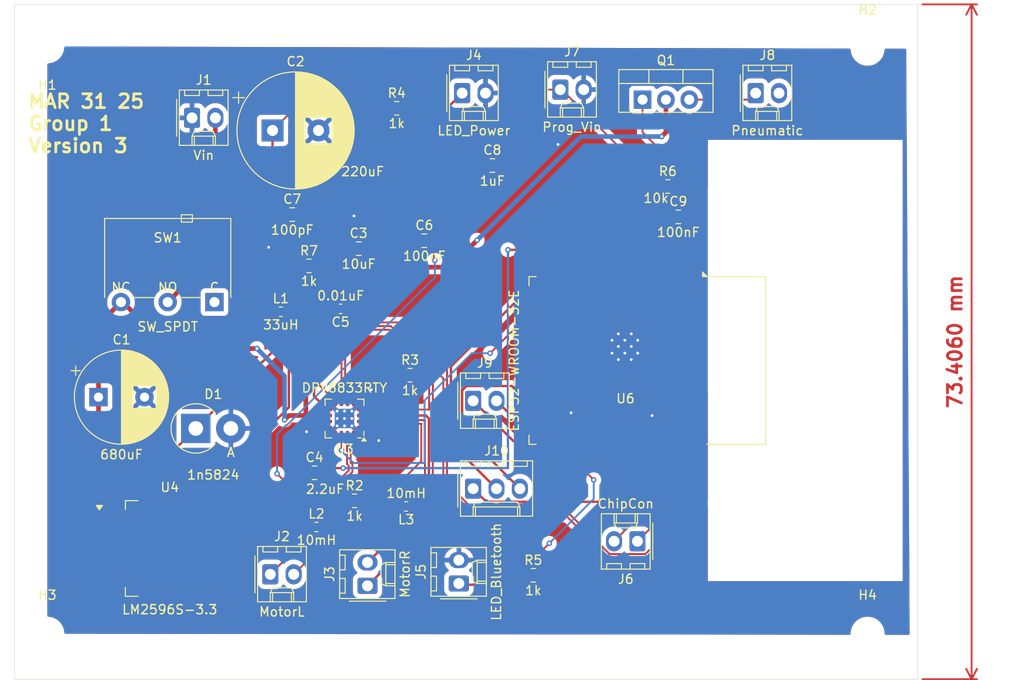
<source format=kicad_pcb>
(kicad_pcb (version 20240108) (generator "pcbnew") (generator_version "8.0")
  (layers (0 "F.Cu" signal) (31 "B.Cu" signal) (34 "B.Paste" user) (35 "F.Paste" user) (36 "B.SilkS" user "B.Silkscreen") (37 "F.SilkS" user "F.Silkscreen") (38 "B.Mask" user) (39 "F.Mask" user) (44 "Edge.Cuts" user))
  (net 0 "")
  (net 1 "/12v_out")
  (net 2 "GND")
  (net 3 "/3v3 output")
  (net 4 "Net-(U3-VINT)")
  (net 5 "Net-(U3-VCP)")
  (net 6 "/nSleep")
  (net 7 "Net-(U6-EN)")
  (net 8 "Net-(D1-K)")
  (net 9 "Net-(J1-Pin_2)")
  (net 10 "Net-(J2-Pin_1)")
  (net 11 "Net-(J2-Pin_2)")
  (net 12 "Net-(J3-Pin_1)")
  (net 13 "Net-(J3-Pin_2)")
  (net 14 "Net-(J4-Pin_1)")
  (net 15 "Net-(J5-Pin_1)")
  (net 16 "Net-(J6-Pin_2)")
  (net 17 "Net-(J6-Pin_1)")
  (net 18 "Net-(J8-Pin_1)")
  (net 19 "Net-(J10-Pin_2)")
  (net 20 "Net-(U3-AISEN)")
  (net 21 "Net-(U3-BISEN)")
  (net 22 "/Bluetooth")
  (net 24 "/HBridgeB1")
  (net 25 "/HBridgeB2")
  (net 26 "/HBridgeA1")
  (net 27 "/HBridgeA2")
  (net 28 "Net-(J10-Pin_1)")
  (net 30 "Net-(J9-Pin_2)")
  (net 32 "Net-(J10-Pin_3)")
  (net 34 "Net-(Q1-G)")
  (net 48 "Net-(J9-Pin_1)")
  (footprint "Connector_Molex:Molex_KK-254_AE-6410-02A_1x02_P2.54mm_Vertical" (layer "F.Cu") (at 90.424 49.8094)
    (property "Reference" "J7")
    (property "Value" "Prog_Vin")
  )
  (footprint "Capacitor_THT:CP_Radial_D10.0mm_P5.00mm" (layer "F.Cu") (at 40.228123 83.2612)
    (property "Reference" "C1")
    (property "Value" "680uF")
  )
  (footprint "Capacitor_THT:CP_Radial_D12.5mm_P5.00mm" (layer "F.Cu") (at 59.144041 54.2544)
    (property "Reference" "C2")
    (property "Value" "220uF")
  )
  (footprint "Resistor_SMD:R_0805_2012Metric_Pad1.20x1.40mm_HandSolder" (layer "F.Cu") (at 74.0918 80.8736)
    (property "Reference" "R3")
    (property "Value" "1k")
  )
  (footprint "Inductor_SMD:L_0603_1608Metric_Pad1.05x0.95mm_HandSolder" (layer "F.Cu") (at 73.674 95.1484 180)
    (property "Reference" "L3")
    (property "Value" "10mH")
  )
  (footprint "Connector_Molex:Molex_KK-254_AE-6410-02A_1x02_P2.54mm_Vertical" (layer "F.Cu") (at 80.9498 83.6622)
    (property "Reference" "J9")
    (property "Value" "Boot")
  )
  (footprint "Capacitor_SMD:C_0805_2012Metric_Pad1.18x1.45mm_HandSolder" (layer "F.Cu") (at 68.5038 67.1068)
    (property "Reference" "C3")
    (property "Value" "10uF")
  )
  (footprint "Capacitor_SMD:C_0805_2012Metric_Pad1.18x1.45mm_HandSolder" (layer "F.Cu") (at 83.0365 58.0644)
    (property "Reference" "C8")
    (property "Value" "1uF")
  )
  (footprint "Resistor_SMD:R_0805_2012Metric_Pad1.20x1.40mm_HandSolder" (layer "F.Cu") (at 63.1096 68.9864)
    (property "Reference" "R7")
    (property "Value" "1k")
  )
  (footprint "Package_TO_SOT_SMD:TO-263-5_TabPin3" (layer "F.Cu") (at 47.976 99.7204)
    (property "Reference" "U4")
    (property "Value" "LM2596S-3.3")
  )
  (footprint "Capacitor_SMD:C_0805_2012Metric_Pad1.18x1.45mm_HandSolder" (layer "F.Cu") (at 63.7071 91.4908)
    (property "Reference" "C4")
    (property "Value" "2.2uF")
  )
  (footprint "Connector_Molex:Molex_KK-254_AE-6410-02A_1x02_P2.54mm_Vertical" (layer "F.Cu") (at 79.395 103.5304 90)
    (property "Reference" "J5")
    (property "Value" "LED_Bluetooth")
  )
  (footprint "Capacitor_SMD:C_0805_2012Metric_Pad1.18x1.45mm_HandSolder" (layer "F.Cu") (at 75.6451 66.2432)
    (property "Reference" "C6")
    (property "Value" "100nF")
  )
  (footprint "Connector_Molex:Molex_KK-254_AE-6410-03A_1x03_P2.54mm_Vertical" (layer "F.Cu") (at 80.9498 93.218)
    (property "Reference" "J10")
    (property "Value" "GPIOProg")
  )
  (footprint "Connector_Molex:Molex_KK-254_AE-6410-02A_1x02_P2.54mm_Vertical" (layer "F.Cu") (at 111.6584 50.1904)
    (property "Reference" "J8")
    (property "Value" "Pneumatic")
  )
  (footprint "Button_Switch_THT:SW_XKB_DM1-16UD-1" (layer "F.Cu") (at 52.832 72.9234)
    (property "Reference" "SW1")
    (property "Value" "SW_SPDT")
  )
  (footprint "Connector_Molex:Molex_KK-254_AE-6410-02A_1x02_P2.54mm_Vertical" (layer "F.Cu") (at 50.3936 52.8828)
    (property "Reference" "J1")
    (property "Value" "Vin")
  )
  (footprint "RF_Module:ESP32-WROOM-32D" (layer "F.Cu") (at 96.906 79.2734 -90)
    (property "Reference" "U6")
    (property "Value" "ESP32-WROOM-32E")
  )
  (footprint "MountingHole:MountingHole_3.2mm_M3" (layer "F.Cu") (at 123.825 108.9914)
    (property "Reference" "H4")
    (property "Value" "MountingHole")
  )
  (footprint "Inductor_SMD:L_0603_1608Metric_Pad1.05x0.95mm_HandSolder" (layer "F.Cu") (at 63.9204 97.3836)
    (property "Reference" "L2")
    (property "Value" "10mH")
  )
  (footprint "Connector_Molex:Molex_KK-254_AE-6410-02A_1x02_P2.54mm_Vertical" (layer "F.Cu") (at 58.9026 102.5344)
    (property "Reference" "J2")
    (property "Value" "MotorL")
  )
  (footprint "Resistor_SMD:R_0805_2012Metric_Pad1.20x1.40mm_HandSolder" (layer "F.Cu") (at 102.108 60.3504)
    (property "Reference" "R6")
    (property "Value" "10k")
  )
  (footprint "Resistor_SMD:R_0805_2012Metric_Pad1.20x1.40mm_HandSolder" (layer "F.Cu") (at 87.487 102.6414)
    (property "Reference" "R5")
    (property "Value" "1k")
  )
  (footprint "MountingHole:MountingHole_3.2mm_M3" (layer "F.Cu") (at 34.671 45.1104 180)
    (property "Reference" "H1")
    (property "Value" "MountingHole")
  )
  (footprint "Capacitor_SMD:C_0603_1608Metric_Pad1.08x0.95mm_HandSolder" (layer "F.Cu") (at 66.548 73.66 180)
    (property "Reference" "C5")
    (property "Value" "0.01uF")
  )
  (footprint "MountingHole:MountingHole_3.2mm_M3" (layer "F.Cu") (at 34.671 108.9914)
    (property "Reference" "H3")
    (property "Value" "MountingHole")
  )
  (footprint "Package_TO_SOT_THT:TO-220-3_Vertical" (layer "F.Cu") (at 99.3648 50.9016)
    (property "Reference" "Q1")
    (property "Value" "IRLZ44N")
  )
  (footprint "MountingHole:MountingHole_3.2mm_M3" (layer "F.Cu") (at 123.825 45.3644)
    (property "Reference" "H2")
    (property "Value" "MountingHole")
  )
  (footprint "Inductor_SMD:L_0603_1608Metric_Pad1.05x0.95mm_HandSolder" (layer "F.Cu") (at 60.0456 73.9648)
    (property "Reference" "L1")
    (property "Value" "33uH")
  )
  (footprint "Connector_Molex:Molex_KK-254_AE-6410-02A_1x02_P2.54mm_Vertical" (layer "F.Cu") (at 98.806 98.9384 180)
    (property "Reference" "J6")
    (property "Value" "ChipCon")
  )
  (footprint "Capacitor_SMD:C_0805_2012Metric_Pad1.18x1.45mm_HandSolder" (layer "F.Cu") (at 103.251 63.6524)
    (property "Reference" "C9")
    (property "Value" "100nF")
  )
  (footprint "Connector_Molex:Molex_KK-254_AE-6410-02A_1x02_P2.54mm_Vertical" (layer "F.Cu") (at 69.469 103.7844 90)
    (property "Reference" "J3")
    (property "Value" "MotorR")
  )
  (footprint "Diode_THT:D_DO-201AD_P3.81mm_Vertical_AnodeUp" (layer "F.Cu") (at 50.8 86.6648)
    (property "Reference" "D1")
    (property "Value" "1n5824")
  )
  (footprint "Resistor_SMD:R_0805_2012Metric_Pad1.20x1.40mm_HandSolder" (layer "F.Cu") (at 72.644 51.8414)
    (property "Reference" "R4")
    (property "Value" "1k")
  )
  (footprint "Connector_Molex:Molex_KK-254_AE-6410-02A_1x02_P2.54mm_Vertical" (layer "F.Cu") (at 79.756 50.1904)
    (property "Reference" "J4")
    (property "Value" "LED_Power")
  )
  (footprint "Resistor_SMD:R_0805_2012Metric_Pad1.20x1.40mm_HandSolder" (layer "F.Cu") (at 68.0626 94.5388)
    (property "Reference" "R2")
    (property "Value" "1k")
  )
  (footprint "Package_DFN_QFN:Texas_RTY_WQFN-16-1EP_4x4mm_P0.65mm_EP2.1x2.1mm_ThermalVias" (layer "F.Cu") (at 66.967 85.5852 180)
    (property "Reference" "U3")
    (property "Value" "DRV8833RTY")
  )
  (footprint "Capacitor_SMD:C_0805_2012Metric_Pad1.18x1.45mm_HandSolder" (layer "F.Cu") (at 61.2902 63.3984)
    (property "Reference" "C7")
    (property "Value" "100pF")
  )
  (gr_rect (start 31.115 40.5384) (end 129.286 113.9444) (stroke (width 0.05)) (fill none) (layer "Edge.Cuts"))
  (gr_text "MAR 31 25\nGroup 1\nVersion 3" (at 32.4612 56.7944 0) (layer "F.SilkS") (effects (font (size 1.5 1.5) (thickness 0.3) (bold yes)) (justify left bottom)))
  (dimension (type aligned) (layer "F.Cu") (pts (xy 129.286 113.9444) (xy 129.286 40.5384)) (height 5.842) (gr_text "73.4060 mm" (at 133.328 77.2414 90) (layer "F.Cu") (effects (font (size 1.5 1.5) (thickness 0.3)))) (format (prefix "") (suffix "") (units 3) (units_format 1) (precision 4)) (style (thickness 0.2) (arrow_length 1.27) (text_position_mode 0) (extension_height 0.58642) (extension_offset 0.5) keep_text_aligned))
  (segment (start 62.7634 85.2602) (end 65.1045 85.2602) (width 0.508) (layer "F.Cu") (net 1))
  (segment (start 101.9048 54.4576) (end 101.4476 54.9148) (width 0.508) (layer "F.Cu") (net 1))
  (segment (start 60.9168 85.2602) (end 62.7634 85.2602) (width 0.508) (layer "F.Cu") (net 1))
  (segment (start 78.4432 69.1308) (end 81.3816 66.1924) (width 0.508) (layer "F.Cu") (net 1))
  (segment (start 42.672 72.9234) (end 40.228123 75.367277) (width 0.508) (layer "F.Cu") (net 1))
  (segment (start 47.9298 77.978) (end 57.4548 77.978) (width 0.508) (layer "F.Cu") (net 1))
  (segment (start 40.228123 83.2612) (end 40.228123 96.222523) (width 0.508) (layer "F.Cu") (net 1))
  (segment (start 40.228123 75.367277) (end 40.228123 83.2612) (width 0.508) (layer "F.Cu") (net 1))
  (segment (start 60.452 85.725) (end 60.9168 85.2602) (width 0.508) (layer "F.Cu") (net 1))
  (segment (start 62.7634 85.2602) (end 62.7634 73.927766) (width 0.508) (layer "F.Cu") (net 1))
  (segment (start 42.672 72.9234) (end 42.8752 72.9234) (width 0.508) (layer "F.Cu") (net 1))
  (segment (start 62.7634 73.927766) (end 69.5413 67.149866) (width 0.508) (layer "F.Cu") (net 1))
  (segment (start 71.5653 69.1308) (end 78.4432 69.1308) (width 0.508) (layer "F.Cu") (net 1))
  (segment (start 69.5413 67.149866) (end 67.4105 69.280666) (width 0.508) (layer "F.Cu") (net 1))
  (segment (start 67.4105 69.280666) (end 67.4105 73.66) (width 0.508) (layer "F.Cu") (net 1))
  (segment (start 69.5413 67.1068) (end 71.5653 69.1308) (width 0.508) (layer "F.Cu") (net 1))
  (segment (start 69.5413 67.1068) (end 69.5413 67.149866) (width 0.508) (layer "F.Cu") (net 1))
  (segment (start 40.228123 96.222523) (end 40.326 96.3204) (width 0.508) (layer "F.Cu") (net 1))
  (segment (start 42.8752 72.9234) (end 47.9298 77.978) (width 0.508) (layer "F.Cu") (net 1))
  (segment (start 101.9048 50.9016) (end 101.9048 54.4576) (width 0.508) (layer "F.Cu") (net 1))
  (via (at 101.4476 54.9148) (size 0.6) (drill 0.3) (layers "F.Cu" "B.Cu") (net 1))
  (via (at 81.3816 66.1924) (size 0.6) (drill 0.3) (layers "F.Cu" "B.Cu") (net 1))
  (via (at 60.452 85.725) (size 0.6) (drill 0.3) (layers "F.Cu" "B.Cu") (net 1))
  (via (at 57.4548 77.978) (size 0.6) (drill 0.3) (layers "F.Cu" "B.Cu") (net 1))
  (segment (start 101.4476 54.9148) (end 92.6592 54.9148) (width 0.508) (layer "B.Cu") (net 1))
  (segment (start 57.4548 77.978) (end 60.452 80.9752) (width 0.508) (layer "B.Cu") (net 1))
  (segment (start 92.6592 54.9148) (end 81.3816 66.1924) (width 0.508) (layer "B.Cu") (net 1))
  (segment (start 60.452 80.9752) (end 60.452 85.725) (width 0.508) (layer "B.Cu") (net 1))
  (segment (start 87.884 58.0644) (end 90.17 55.7784) (width 0.254) (layer "F.Cu") (net 2))
  (segment (start 63.9498 85.9102) (end 62.8396 87.0204) (width 0.254) (layer "F.Cu") (net 2))
  (segment (start 84.074 58.0644) (end 87.884 58.0644) (width 0.254) (layer "F.Cu") (net 2))
  (segment (start 65.1045 85.9102) (end 63.9498 85.9102) (width 0.254) (layer "F.Cu") (net 2))
  (via (at 67.9958 63.5508) (size 0.6) (drill 0.3) (layers "F.Cu" "B.Cu") (net 2))
  (via (at 90.17 55.7784) (size 0.6) (drill 0.3) (layers "F.Cu" "B.Cu") (net 2))
  (via (at 58.7248 66.9544) (size 0.6) (drill 0.3) (layers "F.Cu" "B.Cu") (net 2))
  (via (at 100.4062 85.2678) (size 0.6) (drill 0.3) (layers "F.Cu" "B.Cu") (net 2))
  (via (at 69.8754 82.4484) (size 0.6) (drill 0.3) (layers "F.Cu" "B.Cu") (net 2))
  (via (at 70.6882 87.9856) (size 0.6) (drill 0.3) (layers "F.Cu" "B.Cu") (net 2))
  (via (at 62.8396 87.0204) (size 0.6) (drill 0.3) (layers "F.Cu" "B.Cu") (net 2))
  (via (at 91.5924 84.963) (size 0.6) (drill 0.3) (layers "F.Cu" "B.Cu") (net 2))
  (segment (start 91.5924 84.963) (end 100.1014 84.963) (width 0.254) (layer "B.Cu") (net 2))
  (segment (start 67.9958 63.5508) (end 62.1284 63.5508) (width 0.254) (layer "B.Cu") (net 2))
  (segment (start 62.1284 63.5508) (end 58.7248 66.9544) (width 0.254) (layer "B.Cu") (net 2))
  (segment (start 100.1014 84.963) (end 100.4062 85.2678) (width 0.254) (layer "B.Cu") (net 2))
  (segment (start 51.296888 93.9934) (end 44.780072 93.9934) (width 0.254) (layer "F.Cu") (net 3))
  (segment (start 60.9206 73.9648) (end 60.9206 84.369688) (width 0.254) (layer "F.Cu") (net 3))
  (segment (start 103.016 66.522144) (end 105.176 64.362144) (width 0.2) (layer "F.Cu") (net 3))
  (segment (start 44.449 94.324472) (end 44.449 103.2434) (width 0.254) (layer "F.Cu") (net 3))
  (segment (start 62.1096 64.019) (end 62.1096 68.9864) (width 0.254) (layer "F.Cu") (net 3))
  (segment (start 90.424 49.8094) (end 86.487 49.8094) (width 0.2) (layer "F.Cu") (net 3))
  (segment (start 42.626 101.4204) (end 40.326 101.4204) (width 0.254) (layer "F.Cu") (net 3))
  (segment (start 100.965 60.3504) (end 101.108 60.3504) (width 0.2) (layer "F.Cu") (net 3))
  (segment (start 62.1538 63.5723) (end 62.3277 63.3984) (width 0.254) (layer "F.Cu") (net 3))
  (segment (start 103.886 70.5234) (end 103.886 69.9834) (width 0.2) (layer "F.Cu") (net 3))
  (segment (start 101.108 60.3504) (end 90.567 49.8094) (width 0.2) (layer "F.Cu") (net 3))
  (segment (start 71.644 51.8414) (end 71.644 52.5414) (width 0.2) (layer "F.Cu") (net 3))
  (segment (start 44.780072 93.9934) (end 44.449 94.324472) (width 0.254) (layer "F.Cu") (net 3))
  (segment (start 60.9206 84.369688) (end 60.630944 84.659344) (width 0.254) (layer "F.Cu") (net 3))
  (segment (start 60.630944 84.659344) (end 51.296888 93.9934) (width 0.254) (layer "F.Cu") (net 3))
  (segment (start 62.3277 63.3984) (end 62.3277 60.2781) (width 0.254) (layer "F.Cu") (net 3))
  (segment (start 62.3277 63.8009) (end 62.1096 64.019) (width 0.254) (layer "F.Cu") (net 3))
  (segment (start 69.0532 49.2506) (end 71.644 51.8414) (width 0.2) (layer "F.Cu") (net 3))
  (segment (start 62.3277 63.3984) (end 62.3277 63.8009) (width 0.254) (layer "F.Cu") (net 3))
  (segment (start 71.644 51.8414) (end 77.867 58.0644) (width 0.2) (layer "F.Cu") (net 3))
  (segment (start 101.108 60.3504) (end 102.108 59.3504) (width 0.2) (layer "F.Cu") (net 3))
  (segment (start 62.3277 60.2781) (end 59.144041 57.094441) (width 0.254) (layer "F.Cu") (net 3))
  (segment (start 103.886 69.9834) (end 103.016 69.1134) (width 0.2) (layer "F.Cu") (net 3))
  (segment (start 103.692744 59.3504) (end 105.176 60.833656) (width 0.2) (layer "F.Cu") (net 3))
  (segment (start 103.016 69.1134) (end 103.016 66.522144) (width 0.2) (layer "F.Cu") (net 3))
  (segment (start 86.487 49.8094) (end 81.999 54.2974) (width 0.2) (layer "F.Cu") (net 3))
  (segment (start 60.9206 70.1754) (end 62.1096 68.9864) (width 0.254) (layer "F.Cu") (net 3))
  (segment (start 59.144041 54.2544) (end 64.147841 49.2506) (width 0.2) (layer "F.Cu") (net 3))
  (segment (start 60.9206 73.9648) (end 60.9206 70.1754) (width 0.254) (layer "F.Cu") (net 3))
  (segment (start 64.147841 49.2506) (end 69.0532 49.2506) (width 0.2) (layer "F.Cu") (net 3))
  (segment (start 77.867 58.0644) (end 81.999 58.0644) (width 0.2) (layer "F.Cu") (net 3))
  (segment (start 81.999 54.2974) (end 81.999 58.0644) (width 0.2) (layer "F.Cu") (net 3))
  (segment (start 102.108 59.3504) (end 103.692744 59.3504) (width 0.2) (layer "F.Cu") (net 3))
  (segment (start 105.176 60.833656) (end 105.176 64.362144) (width 0.2) (layer "F.Cu") (net 3))
  (segment (start 59.144041 57.094441) (end 59.144041 54.2544) (width 0.254) (layer "F.Cu") (net 3))
  (segment (start 81.999 58.0644) (end 81.999 58.7894) (width 0.2) (layer "F.Cu") (net 3))
  (segment (start 90.567 49.8094) (end 90.424 49.8094) (width 0.2) (layer "F.Cu") (net 3))
  (segment (start 44.449 103.2434) (end 42.626 101.4204) (width 0.254) (layer "F.Cu") (net 3))
  (segment (start 64.7446 91.4908) (end 64.7446 86.9201) (width 0.254) (layer "F.Cu") (net 4))
  (segment (start 64.7446 86.9201) (end 65.1045 86.5602) (width 0.254) (layer "F.Cu") (net 4))
  (segment (start 65.6855 73.66) (end 63.6524 75.6931) (width 0.254) (layer "F.Cu") (net 5))
  (segment (start 63.6524 75.6931) (end 63.6524 83.1581) (width 0.254) (layer "F.Cu") (net 5))
  (segment (start 63.6524 83.1581) (end 65.1045 84.6102) (width 0.254) (layer "F.Cu") (net 5))
  (segment (start 65.1002 63.0174) (end 67.564 60.5536) (width 0.254) (layer "F.Cu") (net 6))
  (segment (start 65.1002 67.0306) (end 65.1002 63.0174) (width 0.254) (layer "F.Cu") (net 6))
  (segment (start 67.4274 90.734271) (end 67.242 90.548871) (width 0.2) (layer "F.Cu") (net 6))
  (segment (start 60.5626 92.5158) (end 66.142929 92.5158) (width 0.2) (layer "F.Cu") (net 6))
  (segment (start 64.1096 68.0212) (end 65.1002 67.0306) (width 0.254) (layer "F.Cu") (net 6))
  (segment (start 76.7842 66.1416) (end 76.6826 66.2432) (width 0.254) (layer "F.Cu") (net 6))
  (segment (start 67.564 60.5536) (end 76.7842 60.5536) (width 0.254) (layer "F.Cu") (net 6))
  (segment (start 67.242 87.4977) (end 67.292 87.4477) (width 0.2) (layer "F.Cu") (net 6))
  (segment (start 66.142929 92.5158) (end 67.4274 91.231329) (width 0.2) (layer "F.Cu") (net 6))
  (segment (start 76.7842 68.3768) (end 76.6826 68.2752) (width 0.2) (layer "F.Cu") (net 6))
  (segment (start 76.6826 68.2752) (end 76.6826 66.2432) (width 0.2) (layer "F.Cu") (net 6))
  (segment (start 67.242 90.548871) (end 67.242 87.4977) (width 0.2) (layer "F.Cu") (net 6))
  (segment (start 67.4274 91.231329) (end 67.4274 90.734271) (width 0.2) (layer "F.Cu") (net 6))
  (segment (start 64.1096 68.9864) (end 64.1096 68.0212) (width 0.254) (layer "F.Cu") (net 6))
  (segment (start 59.6392 91.5924) (end 60.5626 92.5158) (width 0.2) (layer "F.Cu") (net 6))
  (segment (start 76.7842 60.5536) (end 76.7842 66.1416) (width 0.254) (layer "F.Cu") (net 6))
  (via (at 76.7842 68.3768) (size 0.6) (drill 0.3) (layers "F.Cu" "B.Cu") (net 6))
  (via (at 59.6392 91.5924) (size 0.6) (drill 0.3) (layers "F.Cu" "B.Cu") (net 6))
  (segment (start 59.6392 91.5924) (end 59.6392 87.2744) (width 0.2) (layer "B.Cu") (net 6))
  (segment (start 76.7842 70.241329) (end 76.7842 68.3768) (width 0.2) (layer "B.Cu") (net 6))
  (segment (start 60.5886 86.325) (end 60.700529 86.325) (width 0.2) (layer "B.Cu") (net 6))
  (segment (start 59.6392 87.2744) (end 60.5886 86.325) (width 0.2) (layer "B.Cu") (net 6))
  (segment (start 60.700529 86.325) (end 76.7842 70.241329) (width 0.2) (layer "B.Cu") (net 6))
  (segment (start 102.616 65.3249) (end 104.2885 63.6524) (width 0.2) (layer "F.Cu") (net 7))
  (segment (start 102.616 70.5234) (end 102.616 65.3249) (width 0.2) (layer "F.Cu") (net 7))
  (segment (start 104.2885 63.6524) (end 104.2885 61.5309) (width 0.2) (layer "F.Cu") (net 7))
  (segment (start 104.2885 61.5309) (end 103.108 60.3504) (width 0.2) (layer "F.Cu") (net 7))
  (segment (start 50.8 86.6648) (end 59.1706 78.2942) (width 0.254) (layer "F.Cu") (net 8))
  (segment (start 42.953 94.5118) (end 42.953 97.6934) (width 0.254) (layer "F.Cu") (net 8))
  (segment (start 42.626 98.0204) (end 40.326 98.0204) (width 0.254) (layer "F.Cu") (net 8))
  (segment (start 42.953 97.6934) (end 42.626 98.0204) (width 0.254) (layer "F.Cu") (net 8))
  (segment (start 59.1706 78.2942) (end 59.1706 73.9648) (width 0.254) (layer "F.Cu") (net 8))
  (segment (start 50.8 86.6648) (end 42.953 94.5118) (width 0.254) (layer "F.Cu") (net 8))
  (segment (start 52.9336 52.8828) (end 52.9336 67.7418) (width 0.508) (layer "F.Cu") (net 9))
  (segment (start 52.9336 67.7418) (end 47.752 72.9234) (width 0.508) (layer "F.Cu") (net 9))
  (segment (start 67.8274 91.397015) (end 66.158815 93.0656) (width 0.2) (layer "F.Cu") (net 10))
  (segment (start 60.6806 93.0656) (end 57.8358 95.9104) (width 0.2) (layer "F.Cu") (net 10))
  (segment (start 63.0454 98.3916) (end 58.9026 102.5344) (width 0.2) (layer "F.Cu") (net 10))
  (segment (start 63.0454 97.3836) (end 63.0454 98.3916) (width 0.2) (layer "F.Cu") (net 10))
  (segment (start 66.158815 93.0656) (end 60.6806 93.0656) (width 0.2) (layer "F.Cu") (net 10))
  (segment (start 67.942 87.4477) (end 67.942 88.044513) (width 0.2) (layer "F.Cu") (net 10))
  (segment (start 67.642 90.383185) (end 67.8274 90.568585) (width 0.2) (layer "F.Cu") (net 10))
  (segment (start 57.8358 95.9104) (end 59.309 97.3836) (width 0.2) (layer "F.Cu") (net 10))
  (segment (start 59.309 97.3836) (end 63.0454 97.3836) (width 0.2) (layer "F.Cu") (net 10))
  (segment (start 67.942 88.044513) (end 67.642 88.344513) (width 0.2) (layer "F.Cu") (net 10))
  (segment (start 67.642 88.344513) (end 67.642 90.383185) (width 0.2) (layer "F.Cu") (net 10))
  (segment (start 67.8274 90.568585) (end 67.8274 91.397015) (width 0.2) (layer "F.Cu") (net 10))
  (segment (start 64.7954 99.1816) (end 61.4426 102.5344) (width 0.2) (layer "F.Cu") (net 11))
  (segment (start 75.711 85.760632) (end 68.979068 85.760632) (width 0.2) (layer "F.Cu") (net 11))
  (segment (start 68.707 97.3836) (end 72.967315 93.123285) (width 0.2) (layer "F.Cu") (net 11))
  (segment (start 75.711 91.63253) (end 75.711 85.760632) (width 0.2) (layer "F.Cu") (net 11))
  (segment (start 68.979068 85.760632) (end 68.8295 85.9102) (width 0.2) (layer "F.Cu") (net 11))
  (segment (start 72.967315 93.123285) (end 74.220245 93.123285) (width 0.2) (layer "F.Cu") (net 11))
  (segment (start 64.7954 97.3836) (end 68.707 97.3836) (width 0.2) (layer "F.Cu") (net 11))
  (segment (start 74.220245 93.123285) (end 75.711 91.63253) (width 0.2) (layer "F.Cu") (net 11))
  (segment (start 64.7954 97.3836) (end 64.7954 99.1816) (width 0.2) (layer "F.Cu") (net 11))
  (segment (start 67.042 82.409768) (end 67.042 77.255886) (width 0.2) (layer "F.Cu") (net 12))
  (segment (start 76.581 80.6704) (end 76.581 82.290453) (width 0.2) (layer "F.Cu") (net 12))
  (segment (start 67.042 77.255886) (end 68.364686 75.9332) (width 0.2) (layer "F.Cu") (net 12))
  (segment (start 67.942 83.7227) (end 67.942 83.309768) (width 0.2) (layer "F.Cu") (net 12))
  (segment (start 76.581 82.290453) (end 76.565 82.306453) (width 0.2) (layer "F.Cu") (net 12))
  (segment (start 76.565 82.306453) (end 76.565 93.1324) (width 0.2) (layer "F.Cu") (net 12))
  (segment (start 76.565 93.1324) (end 74.549 95.1484) (width 0.2) (layer "F.Cu") (net 12))
  (segment (start 69.469 103.7844) (end 74.549 98.7044) (width 0.254) (layer "F.Cu") (net 12))
  (segment (start 67.942 83.309768) (end 67.042 82.409768) (width 0.2) (layer "F.Cu") (net 12))
  (segment (start 71.8438 75.9332) (end 76.581 80.6704) (width 0.2) (layer "F.Cu") (net 12))
  (segment (start 68.364686 75.9332) (end 71.8438 75.9332) (width 0.2) (layer "F.Cu") (net 12))
  (segment (start 74.549 98.7044) (end 74.549 95.1484) (width 0.254) (layer "F.Cu") (net 12))
  (segment (start 72.799 95.1484) (end 72.799 97.9144) (width 0.254) (layer "F.Cu") (net 13))
  (segment (start 72.799 95.1484) (end 76.138 91.8094) (width 0.254) (layer "F.Cu") (net 13))
  (segment (start 75.814437 85.2602) (end 68.8295 85.2602) (width 0.254) (layer "F.Cu") (net 13))
  (segment (start 72.799 97.9144) (end 69.469 101.2444) (width 0.254) (layer "F.Cu") (net 13))
  (segment (start 76.138 85.583763) (end 75.814437 85.2602) (width 0.254) (layer "F.Cu") (net 13))
  (segment (start 76.138 91.8094) (end 76.138 85.583763) (width 0.254) (layer "F.Cu") (net 13))
  (segment (start 78.105 51.8414) (end 79.756 50.1904) (width 0.254) (layer "F.Cu") (net 14))
  (segment (start 73.644 51.8414) (end 78.105 51.8414) (width 0.254) (layer "F.Cu") (net 14))
  (segment (start 73.644 51.8414) (end 73.644 52.2264) (width 0.254) (layer "F.Cu") (net 14))
  (segment (start 79.395 103.5304) (end 79.533 103.6684) (width 0.254) (layer "F.Cu") (net 15))
  (segment (start 79.533 103.6684) (end 87.46 103.6684) (width 0.254) (layer "F.Cu") (net 15))
  (segment (start 87.46 103.6684) (end 88.487 102.6414) (width 0.254) (layer "F.Cu") (net 15))
  (segment (start 100.076 95.1284) (end 100.076 88.0234) (width 0.2) (layer "F.Cu") (net 16))
  (segment (start 96.266 98.9384) (end 100.076 95.1284) (width 0.2) (layer "F.Cu") (net 16))
  (segment (start 98.806 98.9384) (end 101.346 96.3984) (width 0.2) (layer "F.Cu") (net 17))
  (segment (start 101.346 96.3984) (end 101.346 88.0234) (width 0.2) (layer "F.Cu") (net 17))
  (segment (start 104.4448 50.9016) (end 110.9472 50.9016) (width 0.2) (layer "F.Cu") (net 18))
  (segment (start 110.9472 50.9016) (end 111.6584 50.1904) (width 0.2) (layer "F.Cu") (net 18))
  (segment (start 78.5368 79.9286) (end 78.5368 88.265) (width 0.254) (layer "F.Cu") (net 19))
  (segment (start 78.5368 88.265) (end 83.4898 93.218) (width 0.254) (layer "F.Cu") (net 19))
  (segment (start 87.942 70.5234) (end 78.5368 79.9286) (width 0.254) (layer "F.Cu") (net 19))
  (segment (start 88.646 70.5234) (end 87.942 70.5234) (width 0.254) (layer "F.Cu") (net 19))
  (segment (start 75.311 86.160632) (end 69.642 86.160632) (width 0.2) (layer "F.Cu") (net 20))
  (segment (start 69.341999 86.5602) (end 68.8295 86.5602) (width 0.254) (layer "F.Cu") (net 20))
  (segment (start 75.311 90.213914) (end 75.311 86.160632) (width 0.2) (layer "F.Cu") (net 20))
  (segment (start 69.642 86.160632) (end 69.242432 86.5602) (width 0.2) (layer "F.Cu") (net 20))
  (segment (start 69.0626 94.5388) (end 70.986114 94.5388) (width 0.2) (layer "F.Cu") (net 20))
  (segment (start 70.986114 94.5388) (end 75.311 90.213914) (width 0.2) (layer "F.Cu") (net 20))
  (segment (start 69.242432 86.5602) (end 68.8295 86.5602) (width 0.2) (layer "F.Cu") (net 20))
  (segment (start 75.0918 80.8736) (end 76.181 81.9628) (width 0.2) (layer "F.Cu") (net 21))
  (segment (start 76.181 81.9628) (end 76.181 82.124767) (width 0.2) (layer "F.Cu") (net 21))
  (segment (start 76.181 82.124767) (end 76.165 82.140767) (width 0.2) (layer "F.Cu") (net 21))
  (segment (start 76.165 84.6102) (end 68.8295 84.6102) (width 0.2) (layer "F.Cu") (net 21))
  (segment (start 76.165 82.140767) (end 76.165 84.6102) (width 0.2) (layer "F.Cu") (net 21))
  (segment (start 91.186 88.0234) (end 91.186 89.3826) (width 0.2) (layer "F.Cu") (net 22))
  (segment (start 86.487 101.9048) (end 86.487 102.6414) (width 0.2) (layer "F.Cu") (net 22))
  (segment (start 91.186 89.3826) (end 94.0562 92.2528) (width 0.2) (layer "F.Cu") (net 22))
  (segment (start 89.2302 99.1616) (end 86.487 101.9048) (width 0.2) (layer "F.Cu") (net 22))
  (via (at 89.2302 99.1616) (size 0.6) (drill 0.3) (layers "F.Cu" "B.Cu") (net 22))
  (via (at 94.0562 92.2528) (size 0.6) (drill 0.3) (layers "F.Cu" "B.Cu") (net 22))
  (segment (start 94.0562 94.3356) (end 89.2302 99.1616) (width 0.2) (layer "B.Cu") (net 22))
  (segment (start 94.0562 92.2528) (end 94.0562 94.3356) (width 0.2) (layer "B.Cu") (net 22))
  (segment (start 95.866 84.3724) (end 95.866 86.6234) (width 0.2) (layer "F.Cu") (net 24))
  (segment (start 66.642 83.7227) (end 66.642 77.0902) (width 0.2) (layer "F.Cu") (net 24))
  (segment (start 77.7098 81.233514) (end 77.7098 92.79343) (width 0.2) (layer "F.Cu") (net 24))
  (segment (start 91.148284 96.266) (end 95.615684 100.7334) (width 0.2) (layer "F.Cu") (net 24))
  (segment (start 105.4608 81.8388) (end 98.3996 81.8388) (width 0.2) (layer "F.Cu") (net 24))
  (segment (start 77.7098 92.79343) (end 81.18237 96.266) (width 0.2) (layer "F.Cu") (net 24))
  (segment (start 99.82643 100.7334) (end 106.3498 94.21003) (width 0.2) (layer "F.Cu") (net 24))
  (segment (start 66.642 77.0902) (end 68.199 75.5332) (width 0.2) (layer "F.Cu") (net 24))
  (segment (start 95.516 86.9734) (end 95.516 87.5034) (width 0.2) (layer "F.Cu") (net 24))
  (segment (start 95.516 87.5034) (end 94.996 88.0234) (width 0.2) (layer "F.Cu") (net 24))
  (segment (start 106.3498 94.21003) (end 106.3498 82.7278) (width 0.2) (layer "F.Cu") (net 24))
  (segment (start 95.866 86.6234) (end 95.516 86.9734) (width 0.2) (layer "F.Cu") (net 24))
  (segment (start 95.615684 100.7334) (end 99.82643 100.7334) (width 0.2) (layer "F.Cu") (net 24))
  (segment (start 81.18237 96.266) (end 91.148284 96.266) (width 0.2) (layer "F.Cu") (net 24))
  (segment (start 68.199 75.5332) (end 72.009486 75.5332) (width 0.2) (layer "F.Cu") (net 24))
  (segment (start 106.3498 82.7278) (end 105.4608 81.8388) (width 0.2) (layer "F.Cu") (net 24))
  (segment (start 72.009486 75.5332) (end 77.7098 81.233514) (width 0.2) (layer "F.Cu") (net 24))
  (segment (start 98.3996 81.8388) (end 95.866 84.3724) (width 0.2) (layer "F.Cu") (net 24))
  (segment (start 105.906 82.849686) (end 105.295114 82.2388) (width 0.2) (layer "F.Cu") (net 25))
  (segment (start 98.565286 82.2388) (end 96.266 84.538086) (width 0.2) (layer "F.Cu") (net 25))
  (segment (start 90.51497 95.067) (end 95.78137 100.3334) (width 0.2) (layer "F.Cu") (net 25))
  (segment (start 64.0794 75.86997) (end 64.81617 75.1332) (width 0.2) (layer "F.Cu") (net 25))
  (segment (start 80.549056 95.067) (end 90.51497 95.067) (width 0.2) (layer "F.Cu") (net 25))
  (segment (start 105.295114 82.2388) (end 98.565286 82.2388) (width 0.2) (layer "F.Cu") (net 25))
  (segment (start 64.0794 81.8101) (end 64.0794 75.86997) (width 0.2) (layer "F.Cu") (net 25))
  (segment (start 95.78137 100.3334) (end 99.660744 100.3334) (width 0.2) (layer "F.Cu") (net 25))
  (segment (start 99.660744 100.3334) (end 105.906 94.088144) (width 0.2) (layer "F.Cu") (net 25))
  (segment (start 64.81617 75.1332) (end 73.8378 75.1332) (width 0.2) (layer "F.Cu") (net 25))
  (segment (start 96.266 84.538086) (end 96.266 88.0234) (width 0.2) (layer "F.Cu") (net 25))
  (segment (start 78.1098 92.627744) (end 80.549056 95.067) (width 0.2) (layer "F.Cu") (net 25))
  (segment (start 73.8378 75.1332) (end 78.1098 79.4052) (width 0.2) (layer "F.Cu") (net 25))
  (segment (start 105.906 94.088144) (end 105.906 82.849686) (width 0.2) (layer "F.Cu") (net 25))
  (segment (start 65.992 83.7227) (end 64.0794 81.8101) (width 0.2) (layer "F.Cu") (net 25))
  (segment (start 78.1098 79.4052) (end 78.1098 92.627744) (width 0.2) (layer "F.Cu") (net 25))
  (segment (start 66.642 89.0194) (end 66.675 89.0524) (width 0.2) (layer "F.Cu") (net 26))
  (segment (start 66.642 87.4477) (end 66.642 89.0194) (width 0.2) (layer "F.Cu") (net 26))
  (segment (start 87.396 74.8334) (end 86.446 74.8334) (width 0.2) (layer "F.Cu") (net 26))
  (segment (start 86.446 74.8334) (end 82.7934 78.486) (width 0.2) (layer "F.Cu") (net 26))
  (via (at 66.642 89.0194) (size 0.6) (drill 0.3) (layers "F.Cu" "B.Cu") (net 26))
  (via (at 82.7934 78.486) (size 0.6) (drill 0.3) (layers "F.Cu" "B.Cu") (net 26))
  (segment (start 75.6666 83.618271) (end 80.798871 78.486) (width 0.2) (layer "B.Cu") (net 26))
  (segment (start 67.945 90.424) (end 75.6666 90.424) (width 0.2) (layer "B.Cu") (net 26))
  (segment (start 66.642 89.0194) (end 66.642 89.121) (width 0.2) (layer "B.Cu") (net 26))
  (segment (start 66.642 89.121) (end 67.945 90.424) (width 0.2) (layer "B.Cu") (net 26))
  (segment (start 75.6666 90.424) (end 75.6666 83.618271) (width 0.2) (layer "B.Cu") (net 26))
  (segment (start 80.798871 78.486) (end 82.7934 78.486) (width 0.2) (layer "B.Cu") (net 26))
  (segment (start 65.9638 90.9828) (end 65.1986 90.2176) (width 0.254) (layer "F.Cu") (net 27))
  (segment (start 84.7344 67.2338) (end 87.6304 67.2338) (width 0.254) (layer "F.Cu") (net 27))
  (segment (start 87.6304 67.2338) (end 89.916 69.5194) (width 0.254) (layer "F.Cu") (net 27))
  (segment (start 65.992 87.960199) (end 65.992 87.4477) (width 0.254) (layer "F.Cu") (net 27))
  (segment (start 65.1986 90.2176) (end 65.1986 88.753599) (width 0.254) (layer "F.Cu") (net 27))
  (segment (start 89.7894 69.3928) (end 89.916 69.5194) (width 0.254) (layer "F.Cu") (net 27))
  (segment (start 89.916 69.5734) (end 89.916 70.5234) (width 0.2) (layer "F.Cu") (net 27))
  (segment (start 65.1986 88.753599) (end 65.992 87.960199) (width 0.254) (layer "F.Cu") (net 27))
  (segment (start 66.8274 90.9828) (end 65.9638 90.9828) (width 0.254) (layer "F.Cu") (net 27))
  (segment (start 89.916 69.5194) (end 89.916 70.5234) (width 0.254) (layer "F.Cu") (net 27))
  (via (at 84.7344 67.2338) (size 0.6) (drill 0.3) (layers "F.Cu" "B.Cu") (net 27))
  (via (at 66.8274 90.9828) (size 0.6) (drill 0.3) (layers "F.Cu" "B.Cu") (net 27))
  (segment (start 66.8274 90.9828) (end 84.7344 90.9828) (width 0.254) (layer "B.Cu") (net 27))
  (segment (start 84.7344 90.9828) (end 84.7344 67.2338) (width 0.254) (layer "B.Cu") (net 27))
  (segment (start 82.3718 94.64) (end 99.649 94.64) (width 0.254) (layer "F.Cu") (net 28))
  (segment (start 99.649 94.64) (end 99.649 92.664) (width 0.254) (layer "F.Cu") (net 28))
  (segment (start 96.0854 89.1004) (end 94.219 89.1004) (width 0.254) (layer "F.Cu") (net 28))
  (segment (start 94.219 89.1004) (end 94.219 88.5164) (width 0.254) (layer "F.Cu") (net 28))
  (segment (start 99.649 92.664) (end 96.0854 89.1004) (width 0.254) (layer "F.Cu") (net 28))
  (segment (start 80.9498 93.218) (end 82.3718 94.64) (width 0.254) (layer "F.Cu") (net 28))
  (segment (start 94.219 88.5164) (end 93.726 88.0234) (width 0.254) (layer "F.Cu") (net 28))
  (segment (start 84.821 84.9934) (end 87.396 84.9934) (width 0.254) (layer "F.Cu") (net 30))
  (segment (start 83.4898 83.6622) (end 84.821 84.9934) (width 0.254) (layer "F.Cu") (net 30))
  (segment (start 86.812 83.7234) (end 87.396 83.7234) (width 0.254) (layer "F.Cu") (net 32))
  (segment (start 86.392 83.7234) (end 87.396 83.7234) (width 0.254) (layer "F.Cu") (net 32))
  (segment (start 85.1404 82.0518) (end 86.812 83.7234) (width 0.254) (layer "F.Cu") (net 32))
  (segment (start 80.2288 82.0518) (end 85.1404 82.0518) (width 0.254) (layer "F.Cu") (net 32))
  (segment (start 79.7528 86.941) (end 79.7528 82.5278) (width 0.254) (layer "F.Cu") (net 32))
  (segment (start 86.0298 93.218) (end 79.7528 86.941) (width 0.254) (layer "F.Cu") (net 32))
  (segment (start 79.7528 82.5278) (end 80.2288 82.0518) (width 0.254) (layer "F.Cu") (net 32))
  (segment (start 105.906 81.718314) (end 105.906 60.99797) (width 0.2) (layer "F.Cu") (net 34))
  (segment (start 105.906 60.99797) (end 99.3648 54.45677) (width 0.2) (layer "F.Cu") (net 34))
  (segment (start 99.3648 54.45677) (end 99.3648 50.9016) (width 0.2) (layer "F.Cu") (net 34))
  (segment (start 95.116 86.807715) (end 95.466 86.457715) (width 0.2) (layer "F.Cu") (net 34))
  (segment (start 92.456 88.0234) (end 92.456 87.4934) (width 0.2) (layer "F.Cu") (net 34))
  (segment (start 92.456 87.4934) (end 92.976 86.9734) (width 0.2) (layer "F.Cu") (net 34))
  (segment (start 95.466 86.457715) (end 95.466 84.206714) (width 0.2) (layer "F.Cu") (net 34))
  (segment (start 105.626486 81.4388) (end 105.906 81.718314) (width 0.2) (layer "F.Cu") (net 34))
  (segment (start 98.233914 81.4388) (end 105.626486 81.4388) (width 0.2) (layer "F.Cu") (net 34))
  (segment (start 95.116 86.9734) (end 95.116 86.807715) (width 0.2) (layer "F.Cu") (net 34))
  (segment (start 95.466 84.206714) (end 98.233914 81.4388) (width 0.2) (layer "F.Cu") (net 34))
  (segment (start 92.976 86.9734) (end 95.116 86.9734) (width 0.2) (layer "F.Cu") (net 34))
  (segment (start 80.9498 83.6622) (end 85.311 88.0234) (width 0.254) (layer "F.Cu") (net 48))
  (segment (start 85.311 88.0234) (end 88.646 88.0234) (width 0.254) (layer "F.Cu") (net 48))
  (zone (net 2) (net_name "GND") (layer "F.Cu") (connect_pads (clearance 0.508)) (min_thickness 0.25) (fill yes (thermal_gap 0.5) (thermal_bridge_width 0.5))
    (polygon (pts (xy 34.671 45.1104) (xy 34.671 108.9914) (xy 128.397 109.1184) (xy 128.016 45.3644)))
  )
  (zone (net 2) (net_name "GND") (layer "B.Cu") (priority 1) (connect_pads (clearance 0.508)) (min_thickness 0.25) (fill yes (thermal_gap 0.5) (thermal_bridge_width 0.5))
    (polygon (pts (xy 128.397 109.1184) (xy 128.016 45.3644) (xy 34.671 45.1104) (xy 34.671 108.9914)))
  )
)
</source>
